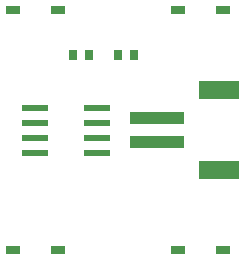
<source format=gbr>
G04 EAGLE Gerber RS-274X export*
G75*
%MOMM*%
%FSLAX34Y34*%
%LPD*%
%INSolderpaste Top*%
%IPPOS*%
%AMOC8*
5,1,8,0,0,1.08239X$1,22.5*%
G01*
%ADD10R,4.600000X1.000000*%
%ADD11R,3.400000X1.600000*%
%ADD12R,1.270000X0.635000*%
%ADD13R,0.700000X0.900000*%
%ADD14R,2.209800X0.609600*%


D10*
X140800Y162400D03*
X140800Y142400D03*
D11*
X192800Y186400D03*
X192800Y118400D03*
D12*
X57150Y254000D03*
X19050Y254000D03*
X158750Y254000D03*
X196850Y254000D03*
X158750Y50800D03*
X196850Y50800D03*
X57150Y50800D03*
X19050Y50800D03*
D13*
X69700Y215900D03*
X82700Y215900D03*
X107800Y215900D03*
X120800Y215900D03*
D14*
X89662Y133350D03*
X89662Y146050D03*
X89662Y158750D03*
X89662Y171450D03*
X37338Y171450D03*
X37338Y158750D03*
X37338Y146050D03*
X37338Y133350D03*
M02*

</source>
